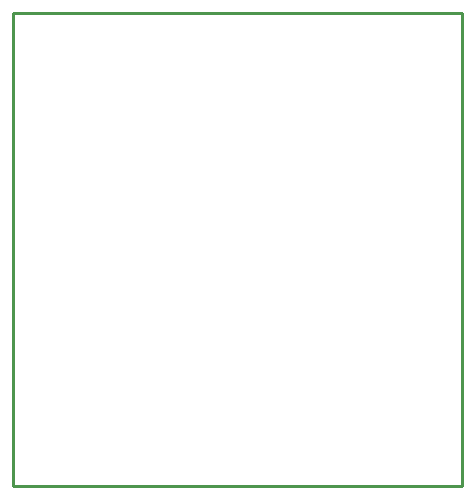
<source format=gko>
%FSLAX44Y44*%
%MOMM*%
G71*
G01*
G75*
G04 Layer_Color=16711935*
%ADD10O,2.5400X1.6764*%
%ADD11R,1.7556X1.7634*%
%ADD12O,1.7556X1.7634*%
%ADD13O,1.7634X1.7556*%
%ADD14R,1.7634X1.7556*%
%ADD15R,1.6000X1.6000*%
%ADD16C,1.6000*%
%ADD17C,1.4986*%
%ADD18C,0.9906*%
%ADD19C,0.1778*%
%ADD20C,0.2540*%
%ADD21C,0.3810*%
%ADD22C,0.2000*%
%ADD23C,0.1270*%
%ADD24R,3.2000X0.5080*%
%ADD25O,2.7432X1.8796*%
%ADD26R,1.9588X1.9666*%
%ADD27O,1.9588X1.9666*%
%ADD28O,1.9666X1.9588*%
%ADD29R,1.9666X1.9588*%
%ADD30R,1.8032X1.8032*%
%ADD31C,1.8032*%
%ADD32C,0.1000*%
D20*
X0Y0D02*
Y400000D01*
Y0D02*
X380000D01*
Y400000D01*
X0D02*
X380000D01*
M02*

</source>
